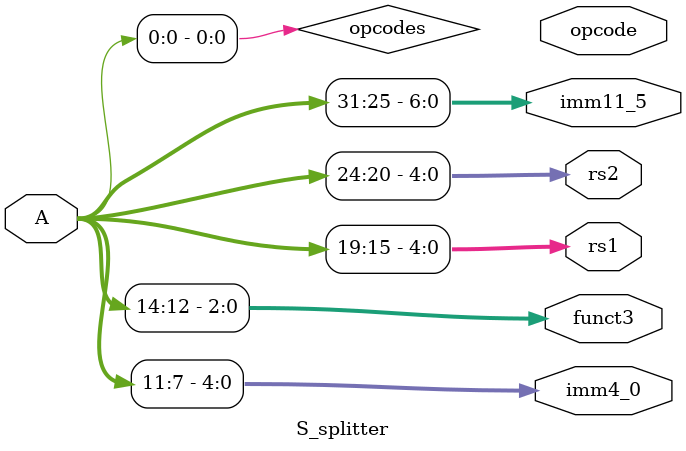
<source format=v>
module S_splitter (
    input [31:0] A,
    output [6:0] opcode,
    output [4:0] imm4_0,
    output [2:0] funct3,
    output [4:0] rs1,
    output [4:0] rs2,
    output [6:0] imm11_5
);

assign opcodes = A[6:0];
assign imm4_0 = A[11:7];
assign funct3 = A[14:12];
assign rs1 = A[19:15];
assign rs2 = A[24:20];
assign imm11_5 = A[31:25];


endmodule
</source>
